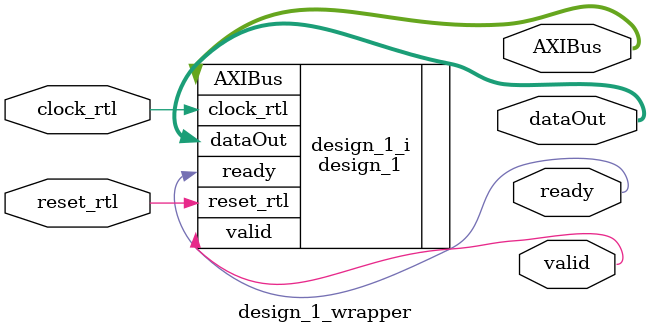
<source format=v>
`timescale 1 ps / 1 ps

module design_1_wrapper
   (AXIBus,
    clock_rtl,
    dataOut,
    ready,
    reset_rtl,
    valid);
  output [31:0]AXIBus;
  input clock_rtl;
  output [15:0]dataOut;
  output ready;
  input reset_rtl;
  output [0:0]valid;

  wire [31:0]AXIBus;
  wire clock_rtl;
  wire [15:0]dataOut;
  wire ready;
  wire reset_rtl;
  wire [0:0]valid;

  design_1 design_1_i
       (.AXIBus(AXIBus),
        .clock_rtl(clock_rtl),
        .dataOut(dataOut),
        .ready(ready),
        .reset_rtl(reset_rtl),
        .valid(valid));
endmodule

</source>
